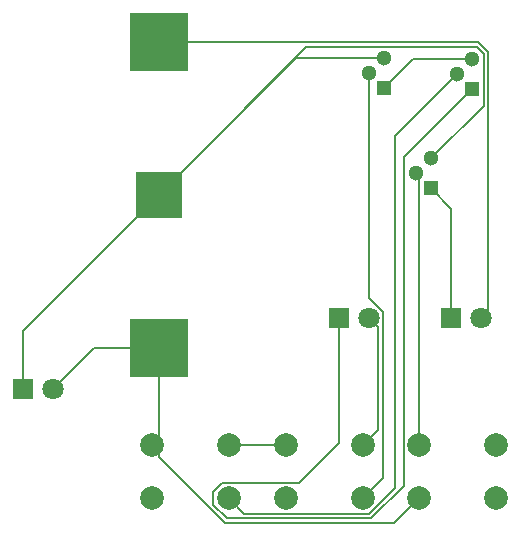
<source format=gbr>
%TF.GenerationSoftware,KiCad,Pcbnew,9.0.0*%
%TF.CreationDate,2025-04-12T10:04:43+08:00*%
%TF.ProjectId,computer,636f6d70-7574-4657-922e-6b696361645f,rev?*%
%TF.SameCoordinates,Original*%
%TF.FileFunction,Copper,L1,Top*%
%TF.FilePolarity,Positive*%
%FSLAX46Y46*%
G04 Gerber Fmt 4.6, Leading zero omitted, Abs format (unit mm)*
G04 Created by KiCad (PCBNEW 9.0.0) date 2025-04-12 10:04:43*
%MOMM*%
%LPD*%
G01*
G04 APERTURE LIST*
%TA.AperFunction,ComponentPad*%
%ADD10R,1.300000X1.300000*%
%TD*%
%TA.AperFunction,ComponentPad*%
%ADD11C,1.300000*%
%TD*%
%TA.AperFunction,ComponentPad*%
%ADD12R,1.800000X1.800000*%
%TD*%
%TA.AperFunction,ComponentPad*%
%ADD13C,1.800000*%
%TD*%
%TA.AperFunction,SMDPad,CuDef*%
%ADD14R,5.000000X5.000000*%
%TD*%
%TA.AperFunction,SMDPad,CuDef*%
%ADD15R,4.000000X4.000000*%
%TD*%
%TA.AperFunction,ComponentPad*%
%ADD16C,2.000000*%
%TD*%
%TA.AperFunction,Conductor*%
%ADD17C,0.200000*%
%TD*%
G04 APERTURE END LIST*
D10*
%TO.P,Q3,1,C*%
%TO.N,Net-(D1-K)*%
X152500000Y-81000000D03*
D11*
%TO.P,Q3,2,B*%
%TO.N,Net-(Q3-B)*%
X151230000Y-79730000D03*
%TO.P,Q3,3,E*%
%TO.N,Net-(BT1--)*%
X152500000Y-78460000D03*
%TD*%
D12*
%TO.P,Power,1,K*%
%TO.N,Net-(BT1--)*%
X117960000Y-98000000D03*
D13*
%TO.P,Power,2,A*%
%TO.N,Net-(BT1-+)*%
X120500000Y-98000000D03*
%TD*%
D14*
%TO.P,Battery,1,+*%
%TO.N,Net-(BT1-+)*%
X129500000Y-94500000D03*
X129500000Y-68600000D03*
D15*
%TO.P,Battery,2,-*%
%TO.N,Net-(BT1--)*%
X129500000Y-81550000D03*
%TD*%
D16*
%TO.P,AND Input A,1,1*%
%TO.N,Net-(BT1-+)*%
X128885000Y-102750000D03*
X135385000Y-102750000D03*
%TO.P,AND Input A,2,2*%
%TO.N,Net-(Q2-B)*%
X128885000Y-107250000D03*
X135385000Y-107250000D03*
%TD*%
D10*
%TO.P,Q1,1,C*%
%TO.N,Net-(Q1-C)*%
X148500000Y-72540000D03*
D11*
%TO.P,Q1,2,B*%
%TO.N,Net-(Q1-B)*%
X147230000Y-71270000D03*
%TO.P,Q1,3,E*%
%TO.N,Net-(BT1--)*%
X148500000Y-70000000D03*
%TD*%
D16*
%TO.P,AND Input B,1,1*%
%TO.N,Net-(BT1-+)*%
X140250000Y-102750000D03*
X146750000Y-102750000D03*
%TO.P,AND Input B,2,2*%
%TO.N,Net-(Q1-B)*%
X140250000Y-107250000D03*
X146750000Y-107250000D03*
%TD*%
%TO.P,NOT Input,1,1*%
%TO.N,Net-(Q3-B)*%
X151500000Y-102750000D03*
X158000000Y-102750000D03*
%TO.P,NOT Input,2,2*%
%TO.N,Net-(BT1-+)*%
X151500000Y-107250000D03*
X158000000Y-107250000D03*
%TD*%
D12*
%TO.P,AND Output,1,K*%
%TO.N,Net-(D2-K)*%
X144730000Y-92000000D03*
D13*
%TO.P,AND Output,2,A*%
%TO.N,Net-(BT1-+)*%
X147270000Y-92000000D03*
%TD*%
D10*
%TO.P,Q2,1,C*%
%TO.N,Net-(D2-K)*%
X156000000Y-72580000D03*
D11*
%TO.P,Q2,2,B*%
%TO.N,Net-(Q2-B)*%
X154730000Y-71310000D03*
%TO.P,Q2,3,E*%
%TO.N,Net-(Q1-C)*%
X156000000Y-70040000D03*
%TD*%
D12*
%TO.P,NOT Output,1,K*%
%TO.N,Net-(D1-K)*%
X154230000Y-92000000D03*
D13*
%TO.P,NOT Output,2,A*%
%TO.N,Net-(BT1-+)*%
X156770000Y-92000000D03*
%TD*%
D17*
%TO.N,Net-(BT1--)*%
X152500000Y-78460000D02*
X156951000Y-74009000D01*
X141961000Y-69089000D02*
X129500000Y-81550000D01*
X141050000Y-70000000D02*
X129500000Y-81550000D01*
X156951000Y-74009000D02*
X156951000Y-69646082D01*
X148500000Y-70000000D02*
X141050000Y-70000000D01*
X117960000Y-93090000D02*
X129500000Y-81550000D01*
X117960000Y-98000000D02*
X117960000Y-93090000D01*
X156951000Y-69646082D02*
X156393918Y-69089000D01*
X156393918Y-69089000D02*
X141961000Y-69089000D01*
%TO.N,Net-(BT1-+)*%
X120500000Y-98000000D02*
X124000000Y-94500000D01*
X124000000Y-94500000D02*
X129500000Y-94500000D01*
X156472018Y-68600000D02*
X129500000Y-68600000D01*
X147270000Y-92000000D02*
X148000000Y-92730000D01*
X148000000Y-101500000D02*
X146750000Y-102750000D01*
X151500000Y-107250000D02*
X149397000Y-109353000D01*
X149397000Y-109353000D02*
X135081008Y-109353000D01*
X135081008Y-109353000D02*
X129500000Y-103771992D01*
X129500000Y-102135000D02*
X128885000Y-102750000D01*
X129500000Y-94500000D02*
X127199000Y-92199000D01*
X148000000Y-92730000D02*
X148000000Y-101500000D01*
X129500000Y-94500000D02*
X129500000Y-102135000D01*
X129500000Y-103771992D02*
X129500000Y-94500000D01*
X156770000Y-92000000D02*
X157352000Y-91418000D01*
X135385000Y-102750000D02*
X140250000Y-102750000D01*
X127199000Y-70901000D02*
X129500000Y-68600000D01*
X157352000Y-91418000D02*
X157352000Y-69479982D01*
X157352000Y-69479982D02*
X156472018Y-68600000D01*
%TO.N,Net-(D1-K)*%
X154230000Y-82730000D02*
X152500000Y-81000000D01*
X154230000Y-92000000D02*
X154230000Y-82730000D01*
%TO.N,Net-(D2-K)*%
X147454992Y-108952000D02*
X150199000Y-106207992D01*
X135247108Y-108952000D02*
X147454992Y-108952000D01*
X150199000Y-78381000D02*
X156000000Y-72580000D01*
X134846108Y-105949000D02*
X134084000Y-106711108D01*
X144730000Y-102569892D02*
X141350892Y-105949000D01*
X134084000Y-106711108D02*
X134084000Y-107788892D01*
X141350892Y-105949000D02*
X134846108Y-105949000D01*
X150199000Y-106207992D02*
X150199000Y-78381000D01*
X134084000Y-107788892D02*
X135247108Y-108952000D01*
X144730000Y-92000000D02*
X144730000Y-102569892D01*
%TO.N,Net-(Q1-B)*%
X147230000Y-90261529D02*
X147230000Y-71270000D01*
X148471000Y-105529000D02*
X148471000Y-91502529D01*
X146750000Y-107250000D02*
X148471000Y-105529000D01*
X148471000Y-91502529D02*
X147230000Y-90261529D01*
%TO.N,Net-(Q1-C)*%
X151000000Y-70040000D02*
X156000000Y-70040000D01*
X148500000Y-72540000D02*
X151000000Y-70040000D01*
%TO.N,Net-(Q2-B)*%
X136686000Y-108551000D02*
X135385000Y-107250000D01*
X147288892Y-108551000D02*
X136686000Y-108551000D01*
X149451000Y-106388892D02*
X147288892Y-108551000D01*
X154730000Y-71310000D02*
X149451000Y-76589000D01*
X149451000Y-76589000D02*
X149451000Y-106388892D01*
%TO.N,Net-(Q3-B)*%
X151230000Y-79730000D02*
X151500000Y-80000000D01*
X151500000Y-80000000D02*
X151500000Y-102750000D01*
%TD*%
M02*

</source>
